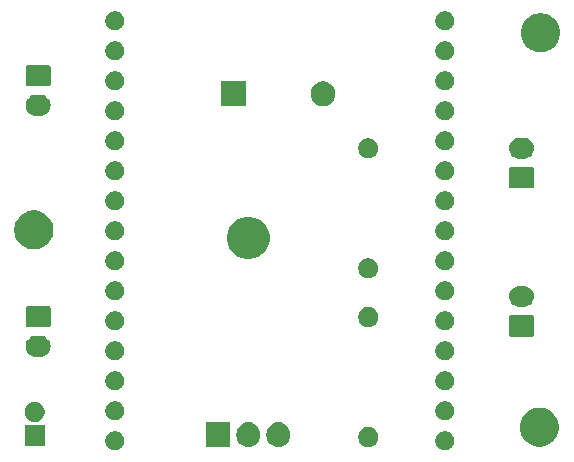
<source format=gbr>
G04 #@! TF.GenerationSoftware,KiCad,Pcbnew,5.1.5+dfsg1-2build2*
G04 #@! TF.CreationDate,2022-01-06T00:43:13+01:00*
G04 #@! TF.ProjectId,Bell,42656c6c-2e6b-4696-9361-645f70636258,V1.0*
G04 #@! TF.SameCoordinates,Original*
G04 #@! TF.FileFunction,Soldermask,Top*
G04 #@! TF.FilePolarity,Negative*
%FSLAX46Y46*%
G04 Gerber Fmt 4.6, Leading zero omitted, Abs format (unit mm)*
G04 Created by KiCad (PCBNEW 5.1.5+dfsg1-2build2) date 2022-01-06 00:43:13*
%MOMM*%
%LPD*%
G04 APERTURE LIST*
%ADD10C,0.100000*%
G04 APERTURE END LIST*
D10*
G36*
X141337142Y-106068242D02*
G01*
X141485101Y-106129529D01*
X141618255Y-106218499D01*
X141731501Y-106331745D01*
X141820471Y-106464899D01*
X141881758Y-106612858D01*
X141913000Y-106769925D01*
X141913000Y-106930075D01*
X141881758Y-107087142D01*
X141820471Y-107235101D01*
X141731501Y-107368255D01*
X141618255Y-107481501D01*
X141485101Y-107570471D01*
X141337142Y-107631758D01*
X141180075Y-107663000D01*
X141019925Y-107663000D01*
X140862858Y-107631758D01*
X140714899Y-107570471D01*
X140581745Y-107481501D01*
X140468499Y-107368255D01*
X140379529Y-107235101D01*
X140318242Y-107087142D01*
X140287000Y-106930075D01*
X140287000Y-106769925D01*
X140318242Y-106612858D01*
X140379529Y-106464899D01*
X140468499Y-106331745D01*
X140581745Y-106218499D01*
X140714899Y-106129529D01*
X140862858Y-106068242D01*
X141019925Y-106037000D01*
X141180075Y-106037000D01*
X141337142Y-106068242D01*
G37*
G36*
X113397142Y-106068242D02*
G01*
X113545101Y-106129529D01*
X113678255Y-106218499D01*
X113791501Y-106331745D01*
X113880471Y-106464899D01*
X113941758Y-106612858D01*
X113973000Y-106769925D01*
X113973000Y-106930075D01*
X113941758Y-107087142D01*
X113880471Y-107235101D01*
X113791501Y-107368255D01*
X113678255Y-107481501D01*
X113545101Y-107570471D01*
X113397142Y-107631758D01*
X113240075Y-107663000D01*
X113079925Y-107663000D01*
X112922858Y-107631758D01*
X112774899Y-107570471D01*
X112641745Y-107481501D01*
X112528499Y-107368255D01*
X112439529Y-107235101D01*
X112378242Y-107087142D01*
X112347000Y-106930075D01*
X112347000Y-106769925D01*
X112378242Y-106612858D01*
X112439529Y-106464899D01*
X112528499Y-106331745D01*
X112641745Y-106218499D01*
X112774899Y-106129529D01*
X112922858Y-106068242D01*
X113079925Y-106037000D01*
X113240075Y-106037000D01*
X113397142Y-106068242D01*
G37*
G36*
X124656719Y-105300519D02*
G01*
X124845880Y-105357900D01*
X124845883Y-105357901D01*
X124938333Y-105407317D01*
X125020212Y-105451082D01*
X125173015Y-105576484D01*
X125298417Y-105729287D01*
X125391599Y-105903618D01*
X125448980Y-106092779D01*
X125463500Y-106240205D01*
X125463500Y-106433792D01*
X125448980Y-106581218D01*
X125436968Y-106620815D01*
X125391598Y-106770382D01*
X125342182Y-106862832D01*
X125298417Y-106944711D01*
X125173015Y-107097514D01*
X125020212Y-107222916D01*
X124845881Y-107316098D01*
X124656720Y-107373479D01*
X124460000Y-107392854D01*
X124263281Y-107373479D01*
X124074120Y-107316098D01*
X123899788Y-107222916D01*
X123746985Y-107097514D01*
X123621583Y-106944711D01*
X123528401Y-106770380D01*
X123471020Y-106581219D01*
X123456500Y-106433793D01*
X123456500Y-106240206D01*
X123471020Y-106092780D01*
X123528401Y-105903619D01*
X123528402Y-105903616D01*
X123592953Y-105782851D01*
X123621583Y-105729287D01*
X123746985Y-105576484D01*
X123899788Y-105451082D01*
X124074119Y-105357900D01*
X124263280Y-105300519D01*
X124460000Y-105281144D01*
X124656719Y-105300519D01*
G37*
G36*
X127196719Y-105300519D02*
G01*
X127385880Y-105357900D01*
X127385883Y-105357901D01*
X127478333Y-105407317D01*
X127560212Y-105451082D01*
X127713015Y-105576484D01*
X127838417Y-105729287D01*
X127931599Y-105903618D01*
X127988980Y-106092779D01*
X128003500Y-106240205D01*
X128003500Y-106433792D01*
X127988980Y-106581218D01*
X127976968Y-106620815D01*
X127931598Y-106770382D01*
X127882182Y-106862832D01*
X127838417Y-106944711D01*
X127713015Y-107097514D01*
X127560212Y-107222916D01*
X127385881Y-107316098D01*
X127196720Y-107373479D01*
X127000000Y-107392854D01*
X126803281Y-107373479D01*
X126614120Y-107316098D01*
X126439788Y-107222916D01*
X126286985Y-107097514D01*
X126161583Y-106944711D01*
X126068401Y-106770380D01*
X126011020Y-106581219D01*
X125996500Y-106433793D01*
X125996500Y-106240206D01*
X126011020Y-106092780D01*
X126068401Y-105903619D01*
X126068402Y-105903616D01*
X126132953Y-105782851D01*
X126161583Y-105729287D01*
X126286985Y-105576484D01*
X126439788Y-105451082D01*
X126614119Y-105357900D01*
X126803280Y-105300519D01*
X127000000Y-105281144D01*
X127196719Y-105300519D01*
G37*
G36*
X122923500Y-107387999D02*
G01*
X120916500Y-107387999D01*
X120916500Y-105285999D01*
X122923500Y-105285999D01*
X122923500Y-107387999D01*
G37*
G36*
X134868228Y-105718702D02*
G01*
X135023100Y-105782852D01*
X135162481Y-105875984D01*
X135281015Y-105994518D01*
X135374147Y-106133899D01*
X135438297Y-106288771D01*
X135471000Y-106453183D01*
X135471000Y-106620815D01*
X135438297Y-106785227D01*
X135374147Y-106940099D01*
X135281015Y-107079480D01*
X135162481Y-107198014D01*
X135023100Y-107291146D01*
X134868228Y-107355296D01*
X134703816Y-107387999D01*
X134536184Y-107387999D01*
X134371772Y-107355296D01*
X134216900Y-107291146D01*
X134077519Y-107198014D01*
X133958985Y-107079480D01*
X133865853Y-106940099D01*
X133801703Y-106785227D01*
X133769000Y-106620815D01*
X133769000Y-106453183D01*
X133801703Y-106288771D01*
X133865853Y-106133899D01*
X133958985Y-105994518D01*
X134077519Y-105875984D01*
X134216900Y-105782852D01*
X134371772Y-105718702D01*
X134536184Y-105685999D01*
X134703816Y-105685999D01*
X134868228Y-105718702D01*
G37*
G36*
X149475256Y-104091298D02*
G01*
X149581579Y-104112447D01*
X149882042Y-104236903D01*
X150152451Y-104417585D01*
X150382415Y-104647549D01*
X150563097Y-104917958D01*
X150687502Y-105218297D01*
X150687553Y-105218422D01*
X150751000Y-105537389D01*
X150751000Y-105862611D01*
X150742843Y-105903618D01*
X150687553Y-106181579D01*
X150625353Y-106331743D01*
X150570198Y-106464900D01*
X150563097Y-106482042D01*
X150382415Y-106752451D01*
X150152451Y-106982415D01*
X149882042Y-107163097D01*
X149581579Y-107287553D01*
X149475256Y-107308702D01*
X149262611Y-107351000D01*
X148937389Y-107351000D01*
X148724744Y-107308702D01*
X148618421Y-107287553D01*
X148317958Y-107163097D01*
X148047549Y-106982415D01*
X147817585Y-106752451D01*
X147636903Y-106482042D01*
X147629803Y-106464900D01*
X147574647Y-106331743D01*
X147512447Y-106181579D01*
X147457157Y-105903618D01*
X147449000Y-105862611D01*
X147449000Y-105537389D01*
X147512447Y-105218422D01*
X147512499Y-105218297D01*
X147636903Y-104917958D01*
X147817585Y-104647549D01*
X148047549Y-104417585D01*
X148317958Y-104236903D01*
X148618421Y-104112447D01*
X148724744Y-104091298D01*
X148937389Y-104049000D01*
X149262611Y-104049000D01*
X149475256Y-104091298D01*
G37*
G36*
X107220580Y-107251000D02*
G01*
X105518580Y-107251000D01*
X105518580Y-105549000D01*
X107220580Y-105549000D01*
X107220580Y-107251000D01*
G37*
G36*
X106617808Y-103581703D02*
G01*
X106772680Y-103645853D01*
X106912061Y-103738985D01*
X107030595Y-103857519D01*
X107123727Y-103996900D01*
X107187877Y-104151772D01*
X107220580Y-104316184D01*
X107220580Y-104483816D01*
X107187877Y-104648228D01*
X107123727Y-104803100D01*
X107030595Y-104942481D01*
X106912061Y-105061015D01*
X106772680Y-105154147D01*
X106617808Y-105218297D01*
X106453396Y-105251000D01*
X106285764Y-105251000D01*
X106121352Y-105218297D01*
X105966480Y-105154147D01*
X105827099Y-105061015D01*
X105708565Y-104942481D01*
X105615433Y-104803100D01*
X105551283Y-104648228D01*
X105518580Y-104483816D01*
X105518580Y-104316184D01*
X105551283Y-104151772D01*
X105615433Y-103996900D01*
X105708565Y-103857519D01*
X105827099Y-103738985D01*
X105966480Y-103645853D01*
X106121352Y-103581703D01*
X106285764Y-103549000D01*
X106453396Y-103549000D01*
X106617808Y-103581703D01*
G37*
G36*
X141337142Y-103528242D02*
G01*
X141485101Y-103589529D01*
X141618255Y-103678499D01*
X141731501Y-103791745D01*
X141820471Y-103924899D01*
X141881758Y-104072858D01*
X141913000Y-104229925D01*
X141913000Y-104390075D01*
X141881758Y-104547142D01*
X141820471Y-104695101D01*
X141731501Y-104828255D01*
X141618255Y-104941501D01*
X141485101Y-105030471D01*
X141337142Y-105091758D01*
X141180075Y-105123000D01*
X141019925Y-105123000D01*
X140862858Y-105091758D01*
X140714899Y-105030471D01*
X140581745Y-104941501D01*
X140468499Y-104828255D01*
X140379529Y-104695101D01*
X140318242Y-104547142D01*
X140287000Y-104390075D01*
X140287000Y-104229925D01*
X140318242Y-104072858D01*
X140379529Y-103924899D01*
X140468499Y-103791745D01*
X140581745Y-103678499D01*
X140714899Y-103589529D01*
X140862858Y-103528242D01*
X141019925Y-103497000D01*
X141180075Y-103497000D01*
X141337142Y-103528242D01*
G37*
G36*
X113397142Y-103528242D02*
G01*
X113545101Y-103589529D01*
X113678255Y-103678499D01*
X113791501Y-103791745D01*
X113880471Y-103924899D01*
X113941758Y-104072858D01*
X113973000Y-104229925D01*
X113973000Y-104390075D01*
X113941758Y-104547142D01*
X113880471Y-104695101D01*
X113791501Y-104828255D01*
X113678255Y-104941501D01*
X113545101Y-105030471D01*
X113397142Y-105091758D01*
X113240075Y-105123000D01*
X113079925Y-105123000D01*
X112922858Y-105091758D01*
X112774899Y-105030471D01*
X112641745Y-104941501D01*
X112528499Y-104828255D01*
X112439529Y-104695101D01*
X112378242Y-104547142D01*
X112347000Y-104390075D01*
X112347000Y-104229925D01*
X112378242Y-104072858D01*
X112439529Y-103924899D01*
X112528499Y-103791745D01*
X112641745Y-103678499D01*
X112774899Y-103589529D01*
X112922858Y-103528242D01*
X113079925Y-103497000D01*
X113240075Y-103497000D01*
X113397142Y-103528242D01*
G37*
G36*
X113397142Y-100988242D02*
G01*
X113545101Y-101049529D01*
X113678255Y-101138499D01*
X113791501Y-101251745D01*
X113880471Y-101384899D01*
X113941758Y-101532858D01*
X113973000Y-101689925D01*
X113973000Y-101850075D01*
X113941758Y-102007142D01*
X113880471Y-102155101D01*
X113791501Y-102288255D01*
X113678255Y-102401501D01*
X113545101Y-102490471D01*
X113397142Y-102551758D01*
X113240075Y-102583000D01*
X113079925Y-102583000D01*
X112922858Y-102551758D01*
X112774899Y-102490471D01*
X112641745Y-102401501D01*
X112528499Y-102288255D01*
X112439529Y-102155101D01*
X112378242Y-102007142D01*
X112347000Y-101850075D01*
X112347000Y-101689925D01*
X112378242Y-101532858D01*
X112439529Y-101384899D01*
X112528499Y-101251745D01*
X112641745Y-101138499D01*
X112774899Y-101049529D01*
X112922858Y-100988242D01*
X113079925Y-100957000D01*
X113240075Y-100957000D01*
X113397142Y-100988242D01*
G37*
G36*
X141337142Y-100988242D02*
G01*
X141485101Y-101049529D01*
X141618255Y-101138499D01*
X141731501Y-101251745D01*
X141820471Y-101384899D01*
X141881758Y-101532858D01*
X141913000Y-101689925D01*
X141913000Y-101850075D01*
X141881758Y-102007142D01*
X141820471Y-102155101D01*
X141731501Y-102288255D01*
X141618255Y-102401501D01*
X141485101Y-102490471D01*
X141337142Y-102551758D01*
X141180075Y-102583000D01*
X141019925Y-102583000D01*
X140862858Y-102551758D01*
X140714899Y-102490471D01*
X140581745Y-102401501D01*
X140468499Y-102288255D01*
X140379529Y-102155101D01*
X140318242Y-102007142D01*
X140287000Y-101850075D01*
X140287000Y-101689925D01*
X140318242Y-101532858D01*
X140379529Y-101384899D01*
X140468499Y-101251745D01*
X140581745Y-101138499D01*
X140714899Y-101049529D01*
X140862858Y-100988242D01*
X141019925Y-100957000D01*
X141180075Y-100957000D01*
X141337142Y-100988242D01*
G37*
G36*
X113397142Y-98448242D02*
G01*
X113545101Y-98509529D01*
X113678255Y-98598499D01*
X113791501Y-98711745D01*
X113880471Y-98844899D01*
X113941758Y-98992858D01*
X113973000Y-99149925D01*
X113973000Y-99310075D01*
X113941758Y-99467142D01*
X113880471Y-99615101D01*
X113791501Y-99748255D01*
X113678255Y-99861501D01*
X113545101Y-99950471D01*
X113397142Y-100011758D01*
X113240075Y-100043000D01*
X113079925Y-100043000D01*
X112922858Y-100011758D01*
X112774899Y-99950471D01*
X112641745Y-99861501D01*
X112528499Y-99748255D01*
X112439529Y-99615101D01*
X112378242Y-99467142D01*
X112347000Y-99310075D01*
X112347000Y-99149925D01*
X112378242Y-98992858D01*
X112439529Y-98844899D01*
X112528499Y-98711745D01*
X112641745Y-98598499D01*
X112774899Y-98509529D01*
X112922858Y-98448242D01*
X113079925Y-98417000D01*
X113240075Y-98417000D01*
X113397142Y-98448242D01*
G37*
G36*
X141337142Y-98448242D02*
G01*
X141485101Y-98509529D01*
X141618255Y-98598499D01*
X141731501Y-98711745D01*
X141820471Y-98844899D01*
X141881758Y-98992858D01*
X141913000Y-99149925D01*
X141913000Y-99310075D01*
X141881758Y-99467142D01*
X141820471Y-99615101D01*
X141731501Y-99748255D01*
X141618255Y-99861501D01*
X141485101Y-99950471D01*
X141337142Y-100011758D01*
X141180075Y-100043000D01*
X141019925Y-100043000D01*
X140862858Y-100011758D01*
X140714899Y-99950471D01*
X140581745Y-99861501D01*
X140468499Y-99748255D01*
X140379529Y-99615101D01*
X140318242Y-99467142D01*
X140287000Y-99310075D01*
X140287000Y-99149925D01*
X140318242Y-98992858D01*
X140379529Y-98844899D01*
X140468499Y-98711745D01*
X140581745Y-98598499D01*
X140714899Y-98509529D01*
X140862858Y-98448242D01*
X141019925Y-98417000D01*
X141180075Y-98417000D01*
X141337142Y-98448242D01*
G37*
G36*
X106930022Y-97955518D02*
G01*
X106996207Y-97962037D01*
X107166046Y-98013557D01*
X107322571Y-98097222D01*
X107358309Y-98126552D01*
X107459766Y-98209814D01*
X107543028Y-98311271D01*
X107572358Y-98347009D01*
X107656023Y-98503534D01*
X107707543Y-98673373D01*
X107724939Y-98850000D01*
X107707543Y-99026627D01*
X107656023Y-99196466D01*
X107572358Y-99352991D01*
X107543028Y-99388729D01*
X107459766Y-99490186D01*
X107358309Y-99573448D01*
X107322571Y-99602778D01*
X107166046Y-99686443D01*
X106996207Y-99737963D01*
X106930022Y-99744482D01*
X106863840Y-99751000D01*
X106475320Y-99751000D01*
X106409137Y-99744481D01*
X106342953Y-99737963D01*
X106173114Y-99686443D01*
X106016589Y-99602778D01*
X105980851Y-99573448D01*
X105879394Y-99490186D01*
X105796132Y-99388729D01*
X105766802Y-99352991D01*
X105683137Y-99196466D01*
X105631617Y-99026627D01*
X105614221Y-98850000D01*
X105631617Y-98673373D01*
X105683137Y-98503534D01*
X105766802Y-98347009D01*
X105796132Y-98311271D01*
X105879394Y-98209814D01*
X105980851Y-98126552D01*
X106016589Y-98097222D01*
X106173114Y-98013557D01*
X106342953Y-97962037D01*
X106409137Y-97955519D01*
X106475320Y-97949000D01*
X106863840Y-97949000D01*
X106930022Y-97955518D01*
G37*
G36*
X148503278Y-96227827D02*
G01*
X148536304Y-96237845D01*
X148566739Y-96254113D01*
X148593415Y-96276005D01*
X148615307Y-96302681D01*
X148631575Y-96333116D01*
X148641593Y-96366142D01*
X148645580Y-96406624D01*
X148645580Y-97843056D01*
X148641593Y-97883538D01*
X148631575Y-97916564D01*
X148615307Y-97946999D01*
X148593415Y-97973675D01*
X148566739Y-97995567D01*
X148536304Y-98011835D01*
X148503278Y-98021853D01*
X148462796Y-98025840D01*
X146726364Y-98025840D01*
X146685882Y-98021853D01*
X146652856Y-98011835D01*
X146622421Y-97995567D01*
X146595745Y-97973675D01*
X146573853Y-97946999D01*
X146557585Y-97916564D01*
X146547567Y-97883538D01*
X146543580Y-97843056D01*
X146543580Y-96406624D01*
X146547567Y-96366142D01*
X146557585Y-96333116D01*
X146573853Y-96302681D01*
X146595745Y-96276005D01*
X146622421Y-96254113D01*
X146652856Y-96237845D01*
X146685882Y-96227827D01*
X146726364Y-96223840D01*
X148462796Y-96223840D01*
X148503278Y-96227827D01*
G37*
G36*
X113397142Y-95908242D02*
G01*
X113545101Y-95969529D01*
X113678255Y-96058499D01*
X113791501Y-96171745D01*
X113880471Y-96304899D01*
X113941758Y-96452858D01*
X113973000Y-96609925D01*
X113973000Y-96770075D01*
X113941758Y-96927142D01*
X113880471Y-97075101D01*
X113791501Y-97208255D01*
X113678255Y-97321501D01*
X113545101Y-97410471D01*
X113397142Y-97471758D01*
X113240075Y-97503000D01*
X113079925Y-97503000D01*
X112922858Y-97471758D01*
X112774899Y-97410471D01*
X112641745Y-97321501D01*
X112528499Y-97208255D01*
X112439529Y-97075101D01*
X112378242Y-96927142D01*
X112347000Y-96770075D01*
X112347000Y-96609925D01*
X112378242Y-96452858D01*
X112439529Y-96304899D01*
X112528499Y-96171745D01*
X112641745Y-96058499D01*
X112774899Y-95969529D01*
X112922858Y-95908242D01*
X113079925Y-95877000D01*
X113240075Y-95877000D01*
X113397142Y-95908242D01*
G37*
G36*
X141337142Y-95908242D02*
G01*
X141485101Y-95969529D01*
X141618255Y-96058499D01*
X141731501Y-96171745D01*
X141820471Y-96304899D01*
X141881758Y-96452858D01*
X141913000Y-96609925D01*
X141913000Y-96770075D01*
X141881758Y-96927142D01*
X141820471Y-97075101D01*
X141731501Y-97208255D01*
X141618255Y-97321501D01*
X141485101Y-97410471D01*
X141337142Y-97471758D01*
X141180075Y-97503000D01*
X141019925Y-97503000D01*
X140862858Y-97471758D01*
X140714899Y-97410471D01*
X140581745Y-97321501D01*
X140468499Y-97208255D01*
X140379529Y-97075101D01*
X140318242Y-96927142D01*
X140287000Y-96770075D01*
X140287000Y-96609925D01*
X140318242Y-96452858D01*
X140379529Y-96304899D01*
X140468499Y-96171745D01*
X140581745Y-96058499D01*
X140714899Y-95969529D01*
X140862858Y-95908242D01*
X141019925Y-95877000D01*
X141180075Y-95877000D01*
X141337142Y-95908242D01*
G37*
G36*
X107578180Y-95452989D02*
G01*
X107611232Y-95463015D01*
X107641683Y-95479292D01*
X107668379Y-95501201D01*
X107690288Y-95527897D01*
X107706565Y-95558348D01*
X107716591Y-95591400D01*
X107720580Y-95631903D01*
X107720580Y-97068097D01*
X107716591Y-97108600D01*
X107706565Y-97141652D01*
X107690288Y-97172103D01*
X107668379Y-97198799D01*
X107641683Y-97220708D01*
X107611232Y-97236985D01*
X107578180Y-97247011D01*
X107537677Y-97251000D01*
X105801483Y-97251000D01*
X105760980Y-97247011D01*
X105727928Y-97236985D01*
X105697477Y-97220708D01*
X105670781Y-97198799D01*
X105648872Y-97172103D01*
X105632595Y-97141652D01*
X105622569Y-97108600D01*
X105618580Y-97068097D01*
X105618580Y-95631903D01*
X105622569Y-95591400D01*
X105632595Y-95558348D01*
X105648872Y-95527897D01*
X105670781Y-95501201D01*
X105697477Y-95479292D01*
X105727928Y-95463015D01*
X105760980Y-95452989D01*
X105801483Y-95449000D01*
X107537677Y-95449000D01*
X107578180Y-95452989D01*
G37*
G36*
X134868228Y-95558702D02*
G01*
X135023100Y-95622852D01*
X135162481Y-95715984D01*
X135281015Y-95834518D01*
X135374147Y-95973899D01*
X135438297Y-96128771D01*
X135471000Y-96293183D01*
X135471000Y-96460815D01*
X135438297Y-96625227D01*
X135374147Y-96780099D01*
X135281015Y-96919480D01*
X135162481Y-97038014D01*
X135023100Y-97131146D01*
X134868228Y-97195296D01*
X134703816Y-97227999D01*
X134536184Y-97227999D01*
X134371772Y-97195296D01*
X134216900Y-97131146D01*
X134077519Y-97038014D01*
X133958985Y-96919480D01*
X133865853Y-96780099D01*
X133801703Y-96625227D01*
X133769000Y-96460815D01*
X133769000Y-96293183D01*
X133801703Y-96128771D01*
X133865853Y-95973899D01*
X133958985Y-95834518D01*
X134077519Y-95715984D01*
X134216900Y-95622852D01*
X134371772Y-95558702D01*
X134536184Y-95525999D01*
X134703816Y-95525999D01*
X134868228Y-95558702D01*
G37*
G36*
X147855022Y-93730358D02*
G01*
X147921207Y-93736877D01*
X148091046Y-93788397D01*
X148247571Y-93872062D01*
X148283309Y-93901392D01*
X148384766Y-93984654D01*
X148454745Y-94069925D01*
X148497358Y-94121849D01*
X148581023Y-94278374D01*
X148632543Y-94448213D01*
X148649939Y-94624840D01*
X148632543Y-94801467D01*
X148581023Y-94971306D01*
X148497358Y-95127831D01*
X148468028Y-95163569D01*
X148384766Y-95265026D01*
X148283309Y-95348288D01*
X148247571Y-95377618D01*
X148091046Y-95461283D01*
X147921207Y-95512803D01*
X147855022Y-95519322D01*
X147788840Y-95525840D01*
X147400320Y-95525840D01*
X147334138Y-95519322D01*
X147267953Y-95512803D01*
X147098114Y-95461283D01*
X146941589Y-95377618D01*
X146905851Y-95348288D01*
X146804394Y-95265026D01*
X146721132Y-95163569D01*
X146691802Y-95127831D01*
X146608137Y-94971306D01*
X146556617Y-94801467D01*
X146539221Y-94624840D01*
X146556617Y-94448213D01*
X146608137Y-94278374D01*
X146691802Y-94121849D01*
X146734415Y-94069925D01*
X146804394Y-93984654D01*
X146905851Y-93901392D01*
X146941589Y-93872062D01*
X147098114Y-93788397D01*
X147267953Y-93736877D01*
X147334138Y-93730358D01*
X147400320Y-93723840D01*
X147788840Y-93723840D01*
X147855022Y-93730358D01*
G37*
G36*
X113397142Y-93368242D02*
G01*
X113545101Y-93429529D01*
X113678255Y-93518499D01*
X113791501Y-93631745D01*
X113880471Y-93764899D01*
X113941758Y-93912858D01*
X113973000Y-94069925D01*
X113973000Y-94230075D01*
X113941758Y-94387142D01*
X113880471Y-94535101D01*
X113791501Y-94668255D01*
X113678255Y-94781501D01*
X113545101Y-94870471D01*
X113397142Y-94931758D01*
X113240075Y-94963000D01*
X113079925Y-94963000D01*
X112922858Y-94931758D01*
X112774899Y-94870471D01*
X112641745Y-94781501D01*
X112528499Y-94668255D01*
X112439529Y-94535101D01*
X112378242Y-94387142D01*
X112347000Y-94230075D01*
X112347000Y-94069925D01*
X112378242Y-93912858D01*
X112439529Y-93764899D01*
X112528499Y-93631745D01*
X112641745Y-93518499D01*
X112774899Y-93429529D01*
X112922858Y-93368242D01*
X113079925Y-93337000D01*
X113240075Y-93337000D01*
X113397142Y-93368242D01*
G37*
G36*
X141337142Y-93368242D02*
G01*
X141485101Y-93429529D01*
X141618255Y-93518499D01*
X141731501Y-93631745D01*
X141820471Y-93764899D01*
X141881758Y-93912858D01*
X141913000Y-94069925D01*
X141913000Y-94230075D01*
X141881758Y-94387142D01*
X141820471Y-94535101D01*
X141731501Y-94668255D01*
X141618255Y-94781501D01*
X141485101Y-94870471D01*
X141337142Y-94931758D01*
X141180075Y-94963000D01*
X141019925Y-94963000D01*
X140862858Y-94931758D01*
X140714899Y-94870471D01*
X140581745Y-94781501D01*
X140468499Y-94668255D01*
X140379529Y-94535101D01*
X140318242Y-94387142D01*
X140287000Y-94230075D01*
X140287000Y-94069925D01*
X140318242Y-93912858D01*
X140379529Y-93764899D01*
X140468499Y-93631745D01*
X140581745Y-93518499D01*
X140714899Y-93429529D01*
X140862858Y-93368242D01*
X141019925Y-93337000D01*
X141180075Y-93337000D01*
X141337142Y-93368242D01*
G37*
G36*
X134868228Y-91428403D02*
G01*
X135023100Y-91492553D01*
X135162481Y-91585685D01*
X135281015Y-91704219D01*
X135374147Y-91843600D01*
X135438297Y-91998472D01*
X135471000Y-92162884D01*
X135471000Y-92330516D01*
X135438297Y-92494928D01*
X135374147Y-92649800D01*
X135281015Y-92789181D01*
X135162481Y-92907715D01*
X135023100Y-93000847D01*
X134868228Y-93064997D01*
X134703816Y-93097700D01*
X134536184Y-93097700D01*
X134371772Y-93064997D01*
X134216900Y-93000847D01*
X134077519Y-92907715D01*
X133958985Y-92789181D01*
X133865853Y-92649800D01*
X133801703Y-92494928D01*
X133769000Y-92330516D01*
X133769000Y-92162884D01*
X133801703Y-91998472D01*
X133865853Y-91843600D01*
X133958985Y-91704219D01*
X134077519Y-91585685D01*
X134216900Y-91492553D01*
X134371772Y-91428403D01*
X134536184Y-91395700D01*
X134703816Y-91395700D01*
X134868228Y-91428403D01*
G37*
G36*
X113397142Y-90828242D02*
G01*
X113545101Y-90889529D01*
X113678255Y-90978499D01*
X113791501Y-91091745D01*
X113880471Y-91224899D01*
X113941758Y-91372858D01*
X113973000Y-91529925D01*
X113973000Y-91690075D01*
X113941758Y-91847142D01*
X113880471Y-91995101D01*
X113791501Y-92128255D01*
X113678255Y-92241501D01*
X113545101Y-92330471D01*
X113397142Y-92391758D01*
X113240075Y-92423000D01*
X113079925Y-92423000D01*
X112922858Y-92391758D01*
X112774899Y-92330471D01*
X112641745Y-92241501D01*
X112528499Y-92128255D01*
X112439529Y-91995101D01*
X112378242Y-91847142D01*
X112347000Y-91690075D01*
X112347000Y-91529925D01*
X112378242Y-91372858D01*
X112439529Y-91224899D01*
X112528499Y-91091745D01*
X112641745Y-90978499D01*
X112774899Y-90889529D01*
X112922858Y-90828242D01*
X113079925Y-90797000D01*
X113240075Y-90797000D01*
X113397142Y-90828242D01*
G37*
G36*
X141337142Y-90828242D02*
G01*
X141485101Y-90889529D01*
X141618255Y-90978499D01*
X141731501Y-91091745D01*
X141820471Y-91224899D01*
X141881758Y-91372858D01*
X141913000Y-91529925D01*
X141913000Y-91690075D01*
X141881758Y-91847142D01*
X141820471Y-91995101D01*
X141731501Y-92128255D01*
X141618255Y-92241501D01*
X141485101Y-92330471D01*
X141337142Y-92391758D01*
X141180075Y-92423000D01*
X141019925Y-92423000D01*
X140862858Y-92391758D01*
X140714899Y-92330471D01*
X140581745Y-92241501D01*
X140468499Y-92128255D01*
X140379529Y-91995101D01*
X140318242Y-91847142D01*
X140287000Y-91690075D01*
X140287000Y-91529925D01*
X140318242Y-91372858D01*
X140379529Y-91224899D01*
X140468499Y-91091745D01*
X140581745Y-90978499D01*
X140714899Y-90889529D01*
X140862858Y-90828242D01*
X141019925Y-90797000D01*
X141180075Y-90797000D01*
X141337142Y-90828242D01*
G37*
G36*
X124985331Y-87945210D02*
G01*
X125313092Y-88080973D01*
X125608070Y-88278071D01*
X125858928Y-88528929D01*
X126056026Y-88823907D01*
X126191789Y-89151668D01*
X126261000Y-89499615D01*
X126261000Y-89854383D01*
X126191789Y-90202330D01*
X126056026Y-90530091D01*
X125858928Y-90825069D01*
X125608070Y-91075927D01*
X125313092Y-91273025D01*
X124985331Y-91408788D01*
X124637384Y-91477999D01*
X124282616Y-91477999D01*
X123934669Y-91408788D01*
X123606908Y-91273025D01*
X123311930Y-91075927D01*
X123061072Y-90825069D01*
X122863974Y-90530091D01*
X122728211Y-90202330D01*
X122659000Y-89854383D01*
X122659000Y-89499615D01*
X122728211Y-89151668D01*
X122863974Y-88823907D01*
X123061072Y-88528929D01*
X123311930Y-88278071D01*
X123606908Y-88080973D01*
X123934669Y-87945210D01*
X124282616Y-87875999D01*
X124637384Y-87875999D01*
X124985331Y-87945210D01*
G37*
G36*
X106675256Y-87391298D02*
G01*
X106781579Y-87412447D01*
X107082042Y-87536903D01*
X107352451Y-87717585D01*
X107582415Y-87947549D01*
X107763097Y-88217958D01*
X107887553Y-88518421D01*
X107908702Y-88624744D01*
X107951000Y-88837389D01*
X107951000Y-89162611D01*
X107908702Y-89375256D01*
X107887553Y-89481579D01*
X107763097Y-89782042D01*
X107582415Y-90052451D01*
X107352451Y-90282415D01*
X107082042Y-90463097D01*
X106781579Y-90587553D01*
X106675256Y-90608702D01*
X106462611Y-90651000D01*
X106137389Y-90651000D01*
X105924744Y-90608702D01*
X105818421Y-90587553D01*
X105517958Y-90463097D01*
X105247549Y-90282415D01*
X105017585Y-90052451D01*
X104836903Y-89782042D01*
X104712447Y-89481579D01*
X104691298Y-89375256D01*
X104649000Y-89162611D01*
X104649000Y-88837389D01*
X104691298Y-88624744D01*
X104712447Y-88518421D01*
X104836903Y-88217958D01*
X105017585Y-87947549D01*
X105247549Y-87717585D01*
X105517958Y-87536903D01*
X105818421Y-87412447D01*
X105924744Y-87391298D01*
X106137389Y-87349000D01*
X106462611Y-87349000D01*
X106675256Y-87391298D01*
G37*
G36*
X113397142Y-88288242D02*
G01*
X113545101Y-88349529D01*
X113678255Y-88438499D01*
X113791501Y-88551745D01*
X113880471Y-88684899D01*
X113941758Y-88832858D01*
X113973000Y-88989925D01*
X113973000Y-89150075D01*
X113941758Y-89307142D01*
X113880471Y-89455101D01*
X113791501Y-89588255D01*
X113678255Y-89701501D01*
X113545101Y-89790471D01*
X113397142Y-89851758D01*
X113240075Y-89883000D01*
X113079925Y-89883000D01*
X112922858Y-89851758D01*
X112774899Y-89790471D01*
X112641745Y-89701501D01*
X112528499Y-89588255D01*
X112439529Y-89455101D01*
X112378242Y-89307142D01*
X112347000Y-89150075D01*
X112347000Y-88989925D01*
X112378242Y-88832858D01*
X112439529Y-88684899D01*
X112528499Y-88551745D01*
X112641745Y-88438499D01*
X112774899Y-88349529D01*
X112922858Y-88288242D01*
X113079925Y-88257000D01*
X113240075Y-88257000D01*
X113397142Y-88288242D01*
G37*
G36*
X141337142Y-88288242D02*
G01*
X141485101Y-88349529D01*
X141618255Y-88438499D01*
X141731501Y-88551745D01*
X141820471Y-88684899D01*
X141881758Y-88832858D01*
X141913000Y-88989925D01*
X141913000Y-89150075D01*
X141881758Y-89307142D01*
X141820471Y-89455101D01*
X141731501Y-89588255D01*
X141618255Y-89701501D01*
X141485101Y-89790471D01*
X141337142Y-89851758D01*
X141180075Y-89883000D01*
X141019925Y-89883000D01*
X140862858Y-89851758D01*
X140714899Y-89790471D01*
X140581745Y-89701501D01*
X140468499Y-89588255D01*
X140379529Y-89455101D01*
X140318242Y-89307142D01*
X140287000Y-89150075D01*
X140287000Y-88989925D01*
X140318242Y-88832858D01*
X140379529Y-88684899D01*
X140468499Y-88551745D01*
X140581745Y-88438499D01*
X140714899Y-88349529D01*
X140862858Y-88288242D01*
X141019925Y-88257000D01*
X141180075Y-88257000D01*
X141337142Y-88288242D01*
G37*
G36*
X141337142Y-85748242D02*
G01*
X141485101Y-85809529D01*
X141618255Y-85898499D01*
X141731501Y-86011745D01*
X141820471Y-86144899D01*
X141881758Y-86292858D01*
X141913000Y-86449925D01*
X141913000Y-86610075D01*
X141881758Y-86767142D01*
X141820471Y-86915101D01*
X141731501Y-87048255D01*
X141618255Y-87161501D01*
X141485101Y-87250471D01*
X141337142Y-87311758D01*
X141180075Y-87343000D01*
X141019925Y-87343000D01*
X140862858Y-87311758D01*
X140714899Y-87250471D01*
X140581745Y-87161501D01*
X140468499Y-87048255D01*
X140379529Y-86915101D01*
X140318242Y-86767142D01*
X140287000Y-86610075D01*
X140287000Y-86449925D01*
X140318242Y-86292858D01*
X140379529Y-86144899D01*
X140468499Y-86011745D01*
X140581745Y-85898499D01*
X140714899Y-85809529D01*
X140862858Y-85748242D01*
X141019925Y-85717000D01*
X141180075Y-85717000D01*
X141337142Y-85748242D01*
G37*
G36*
X113397142Y-85748242D02*
G01*
X113545101Y-85809529D01*
X113678255Y-85898499D01*
X113791501Y-86011745D01*
X113880471Y-86144899D01*
X113941758Y-86292858D01*
X113973000Y-86449925D01*
X113973000Y-86610075D01*
X113941758Y-86767142D01*
X113880471Y-86915101D01*
X113791501Y-87048255D01*
X113678255Y-87161501D01*
X113545101Y-87250471D01*
X113397142Y-87311758D01*
X113240075Y-87343000D01*
X113079925Y-87343000D01*
X112922858Y-87311758D01*
X112774899Y-87250471D01*
X112641745Y-87161501D01*
X112528499Y-87048255D01*
X112439529Y-86915101D01*
X112378242Y-86767142D01*
X112347000Y-86610075D01*
X112347000Y-86449925D01*
X112378242Y-86292858D01*
X112439529Y-86144899D01*
X112528499Y-86011745D01*
X112641745Y-85898499D01*
X112774899Y-85809529D01*
X112922858Y-85748242D01*
X113079925Y-85717000D01*
X113240075Y-85717000D01*
X113397142Y-85748242D01*
G37*
G36*
X148503278Y-83677827D02*
G01*
X148536304Y-83687845D01*
X148566739Y-83704113D01*
X148593415Y-83726005D01*
X148615307Y-83752681D01*
X148631575Y-83783116D01*
X148641593Y-83816142D01*
X148645580Y-83856624D01*
X148645580Y-85293056D01*
X148641593Y-85333538D01*
X148631575Y-85366564D01*
X148615307Y-85396999D01*
X148593415Y-85423675D01*
X148566739Y-85445567D01*
X148536304Y-85461835D01*
X148503278Y-85471853D01*
X148462796Y-85475840D01*
X146726364Y-85475840D01*
X146685882Y-85471853D01*
X146652856Y-85461835D01*
X146622421Y-85445567D01*
X146595745Y-85423675D01*
X146573853Y-85396999D01*
X146557585Y-85366564D01*
X146547567Y-85333538D01*
X146543580Y-85293056D01*
X146543580Y-83856624D01*
X146547567Y-83816142D01*
X146557585Y-83783116D01*
X146573853Y-83752681D01*
X146595745Y-83726005D01*
X146622421Y-83704113D01*
X146652856Y-83687845D01*
X146685882Y-83677827D01*
X146726364Y-83673840D01*
X148462796Y-83673840D01*
X148503278Y-83677827D01*
G37*
G36*
X113397142Y-83208242D02*
G01*
X113545101Y-83269529D01*
X113678255Y-83358499D01*
X113791501Y-83471745D01*
X113880471Y-83604899D01*
X113941758Y-83752858D01*
X113973000Y-83909925D01*
X113973000Y-84070075D01*
X113941758Y-84227142D01*
X113880471Y-84375101D01*
X113791501Y-84508255D01*
X113678255Y-84621501D01*
X113545101Y-84710471D01*
X113397142Y-84771758D01*
X113240075Y-84803000D01*
X113079925Y-84803000D01*
X112922858Y-84771758D01*
X112774899Y-84710471D01*
X112641745Y-84621501D01*
X112528499Y-84508255D01*
X112439529Y-84375101D01*
X112378242Y-84227142D01*
X112347000Y-84070075D01*
X112347000Y-83909925D01*
X112378242Y-83752858D01*
X112439529Y-83604899D01*
X112528499Y-83471745D01*
X112641745Y-83358499D01*
X112774899Y-83269529D01*
X112922858Y-83208242D01*
X113079925Y-83177000D01*
X113240075Y-83177000D01*
X113397142Y-83208242D01*
G37*
G36*
X141337142Y-83208242D02*
G01*
X141485101Y-83269529D01*
X141618255Y-83358499D01*
X141731501Y-83471745D01*
X141820471Y-83604899D01*
X141881758Y-83752858D01*
X141913000Y-83909925D01*
X141913000Y-84070075D01*
X141881758Y-84227142D01*
X141820471Y-84375101D01*
X141731501Y-84508255D01*
X141618255Y-84621501D01*
X141485101Y-84710471D01*
X141337142Y-84771758D01*
X141180075Y-84803000D01*
X141019925Y-84803000D01*
X140862858Y-84771758D01*
X140714899Y-84710471D01*
X140581745Y-84621501D01*
X140468499Y-84508255D01*
X140379529Y-84375101D01*
X140318242Y-84227142D01*
X140287000Y-84070075D01*
X140287000Y-83909925D01*
X140318242Y-83752858D01*
X140379529Y-83604899D01*
X140468499Y-83471745D01*
X140581745Y-83358499D01*
X140714899Y-83269529D01*
X140862858Y-83208242D01*
X141019925Y-83177000D01*
X141180075Y-83177000D01*
X141337142Y-83208242D01*
G37*
G36*
X147855023Y-81180359D02*
G01*
X147921207Y-81186877D01*
X148091046Y-81238397D01*
X148247571Y-81322062D01*
X148260353Y-81332552D01*
X148384766Y-81434654D01*
X148463074Y-81530074D01*
X148497358Y-81571849D01*
X148581023Y-81728374D01*
X148632543Y-81898213D01*
X148649939Y-82074840D01*
X148632543Y-82251467D01*
X148581023Y-82421306D01*
X148497358Y-82577831D01*
X148468028Y-82613569D01*
X148384766Y-82715026D01*
X148283309Y-82798288D01*
X148247571Y-82827618D01*
X148091046Y-82911283D01*
X147921207Y-82962803D01*
X147855022Y-82969322D01*
X147788840Y-82975840D01*
X147400320Y-82975840D01*
X147334138Y-82969322D01*
X147267953Y-82962803D01*
X147098114Y-82911283D01*
X146941589Y-82827618D01*
X146905851Y-82798288D01*
X146804394Y-82715026D01*
X146721132Y-82613569D01*
X146691802Y-82577831D01*
X146608137Y-82421306D01*
X146556617Y-82251467D01*
X146539221Y-82074840D01*
X146556617Y-81898213D01*
X146608137Y-81728374D01*
X146691802Y-81571849D01*
X146726086Y-81530074D01*
X146804394Y-81434654D01*
X146928807Y-81332552D01*
X146941589Y-81322062D01*
X147098114Y-81238397D01*
X147267953Y-81186877D01*
X147334137Y-81180359D01*
X147400320Y-81173840D01*
X147788840Y-81173840D01*
X147855023Y-81180359D01*
G37*
G36*
X134868228Y-81268403D02*
G01*
X135023100Y-81332553D01*
X135162481Y-81425685D01*
X135281015Y-81544219D01*
X135374147Y-81683600D01*
X135438297Y-81838472D01*
X135471000Y-82002884D01*
X135471000Y-82170516D01*
X135438297Y-82334928D01*
X135374147Y-82489800D01*
X135281015Y-82629181D01*
X135162481Y-82747715D01*
X135023100Y-82840847D01*
X134868228Y-82904997D01*
X134703816Y-82937700D01*
X134536184Y-82937700D01*
X134371772Y-82904997D01*
X134216900Y-82840847D01*
X134077519Y-82747715D01*
X133958985Y-82629181D01*
X133865853Y-82489800D01*
X133801703Y-82334928D01*
X133769000Y-82170516D01*
X133769000Y-82002884D01*
X133801703Y-81838472D01*
X133865853Y-81683600D01*
X133958985Y-81544219D01*
X134077519Y-81425685D01*
X134216900Y-81332553D01*
X134371772Y-81268403D01*
X134536184Y-81235700D01*
X134703816Y-81235700D01*
X134868228Y-81268403D01*
G37*
G36*
X141337142Y-80668242D02*
G01*
X141485101Y-80729529D01*
X141618255Y-80818499D01*
X141731501Y-80931745D01*
X141820471Y-81064899D01*
X141881758Y-81212858D01*
X141913000Y-81369925D01*
X141913000Y-81530075D01*
X141881758Y-81687142D01*
X141820471Y-81835101D01*
X141731501Y-81968255D01*
X141618255Y-82081501D01*
X141485101Y-82170471D01*
X141337142Y-82231758D01*
X141180075Y-82263000D01*
X141019925Y-82263000D01*
X140862858Y-82231758D01*
X140714899Y-82170471D01*
X140581745Y-82081501D01*
X140468499Y-81968255D01*
X140379529Y-81835101D01*
X140318242Y-81687142D01*
X140287000Y-81530075D01*
X140287000Y-81369925D01*
X140318242Y-81212858D01*
X140379529Y-81064899D01*
X140468499Y-80931745D01*
X140581745Y-80818499D01*
X140714899Y-80729529D01*
X140862858Y-80668242D01*
X141019925Y-80637000D01*
X141180075Y-80637000D01*
X141337142Y-80668242D01*
G37*
G36*
X113397142Y-80668242D02*
G01*
X113545101Y-80729529D01*
X113678255Y-80818499D01*
X113791501Y-80931745D01*
X113880471Y-81064899D01*
X113941758Y-81212858D01*
X113973000Y-81369925D01*
X113973000Y-81530075D01*
X113941758Y-81687142D01*
X113880471Y-81835101D01*
X113791501Y-81968255D01*
X113678255Y-82081501D01*
X113545101Y-82170471D01*
X113397142Y-82231758D01*
X113240075Y-82263000D01*
X113079925Y-82263000D01*
X112922858Y-82231758D01*
X112774899Y-82170471D01*
X112641745Y-82081501D01*
X112528499Y-81968255D01*
X112439529Y-81835101D01*
X112378242Y-81687142D01*
X112347000Y-81530075D01*
X112347000Y-81369925D01*
X112378242Y-81212858D01*
X112439529Y-81064899D01*
X112528499Y-80931745D01*
X112641745Y-80818499D01*
X112774899Y-80729529D01*
X112922858Y-80668242D01*
X113079925Y-80637000D01*
X113240075Y-80637000D01*
X113397142Y-80668242D01*
G37*
G36*
X113397142Y-78128242D02*
G01*
X113545101Y-78189529D01*
X113678255Y-78278499D01*
X113791501Y-78391745D01*
X113880471Y-78524899D01*
X113941758Y-78672858D01*
X113973000Y-78829925D01*
X113973000Y-78990075D01*
X113941758Y-79147142D01*
X113880471Y-79295101D01*
X113791501Y-79428255D01*
X113678255Y-79541501D01*
X113545101Y-79630471D01*
X113397142Y-79691758D01*
X113240075Y-79723000D01*
X113079925Y-79723000D01*
X112922858Y-79691758D01*
X112774899Y-79630471D01*
X112641745Y-79541501D01*
X112528499Y-79428255D01*
X112439529Y-79295101D01*
X112378242Y-79147142D01*
X112347000Y-78990075D01*
X112347000Y-78829925D01*
X112378242Y-78672858D01*
X112439529Y-78524899D01*
X112528499Y-78391745D01*
X112641745Y-78278499D01*
X112774899Y-78189529D01*
X112922858Y-78128242D01*
X113079925Y-78097000D01*
X113240075Y-78097000D01*
X113397142Y-78128242D01*
G37*
G36*
X141337142Y-78128242D02*
G01*
X141485101Y-78189529D01*
X141618255Y-78278499D01*
X141731501Y-78391745D01*
X141820471Y-78524899D01*
X141881758Y-78672858D01*
X141913000Y-78829925D01*
X141913000Y-78990075D01*
X141881758Y-79147142D01*
X141820471Y-79295101D01*
X141731501Y-79428255D01*
X141618255Y-79541501D01*
X141485101Y-79630471D01*
X141337142Y-79691758D01*
X141180075Y-79723000D01*
X141019925Y-79723000D01*
X140862858Y-79691758D01*
X140714899Y-79630471D01*
X140581745Y-79541501D01*
X140468499Y-79428255D01*
X140379529Y-79295101D01*
X140318242Y-79147142D01*
X140287000Y-78990075D01*
X140287000Y-78829925D01*
X140318242Y-78672858D01*
X140379529Y-78524899D01*
X140468499Y-78391745D01*
X140581745Y-78278499D01*
X140714899Y-78189529D01*
X140862858Y-78128242D01*
X141019925Y-78097000D01*
X141180075Y-78097000D01*
X141337142Y-78128242D01*
G37*
G36*
X106930022Y-77555518D02*
G01*
X106996207Y-77562037D01*
X107166046Y-77613557D01*
X107322571Y-77697222D01*
X107358309Y-77726552D01*
X107459766Y-77809814D01*
X107543028Y-77911271D01*
X107572358Y-77947009D01*
X107572359Y-77947011D01*
X107652531Y-78097000D01*
X107656023Y-78103534D01*
X107707543Y-78273373D01*
X107724939Y-78450000D01*
X107707543Y-78626627D01*
X107656023Y-78796466D01*
X107572358Y-78952991D01*
X107543028Y-78988729D01*
X107459766Y-79090186D01*
X107358309Y-79173448D01*
X107322571Y-79202778D01*
X107166046Y-79286443D01*
X106996207Y-79337963D01*
X106930023Y-79344481D01*
X106863840Y-79351000D01*
X106475320Y-79351000D01*
X106409137Y-79344481D01*
X106342953Y-79337963D01*
X106173114Y-79286443D01*
X106016589Y-79202778D01*
X105980851Y-79173448D01*
X105879394Y-79090186D01*
X105796132Y-78988729D01*
X105766802Y-78952991D01*
X105683137Y-78796466D01*
X105631617Y-78626627D01*
X105614221Y-78450000D01*
X105631617Y-78273373D01*
X105683137Y-78103534D01*
X105686630Y-78097000D01*
X105766801Y-77947011D01*
X105766802Y-77947009D01*
X105796132Y-77911271D01*
X105879394Y-77809814D01*
X105980851Y-77726552D01*
X106016589Y-77697222D01*
X106173114Y-77613557D01*
X106342953Y-77562037D01*
X106409138Y-77555518D01*
X106475320Y-77549000D01*
X106863840Y-77549000D01*
X106930022Y-77555518D01*
G37*
G36*
X131096564Y-76459389D02*
G01*
X131287833Y-76538615D01*
X131287835Y-76538616D01*
X131390391Y-76607142D01*
X131459973Y-76653635D01*
X131606365Y-76800027D01*
X131721385Y-76972167D01*
X131800611Y-77163436D01*
X131841000Y-77366484D01*
X131841000Y-77573516D01*
X131800611Y-77776564D01*
X131730010Y-77947011D01*
X131721384Y-77967835D01*
X131606365Y-78139973D01*
X131459973Y-78286365D01*
X131287835Y-78401384D01*
X131287834Y-78401385D01*
X131287833Y-78401385D01*
X131096564Y-78480611D01*
X130893516Y-78521000D01*
X130686484Y-78521000D01*
X130483436Y-78480611D01*
X130292167Y-78401385D01*
X130292166Y-78401385D01*
X130292165Y-78401384D01*
X130120027Y-78286365D01*
X129973635Y-78139973D01*
X129858616Y-77967835D01*
X129849990Y-77947011D01*
X129779389Y-77776564D01*
X129739000Y-77573516D01*
X129739000Y-77366484D01*
X129779389Y-77163436D01*
X129858615Y-76972167D01*
X129973635Y-76800027D01*
X130120027Y-76653635D01*
X130189609Y-76607142D01*
X130292165Y-76538616D01*
X130292167Y-76538615D01*
X130483436Y-76459389D01*
X130686484Y-76419000D01*
X130893516Y-76419000D01*
X131096564Y-76459389D01*
G37*
G36*
X124241000Y-78521000D02*
G01*
X122139000Y-78521000D01*
X122139000Y-76419000D01*
X124241000Y-76419000D01*
X124241000Y-78521000D01*
G37*
G36*
X113397142Y-75588242D02*
G01*
X113545101Y-75649529D01*
X113678255Y-75738499D01*
X113791501Y-75851745D01*
X113880471Y-75984899D01*
X113941758Y-76132858D01*
X113973000Y-76289925D01*
X113973000Y-76450075D01*
X113941758Y-76607142D01*
X113880471Y-76755101D01*
X113791501Y-76888255D01*
X113678255Y-77001501D01*
X113545101Y-77090471D01*
X113397142Y-77151758D01*
X113240075Y-77183000D01*
X113079925Y-77183000D01*
X112922858Y-77151758D01*
X112774899Y-77090471D01*
X112641745Y-77001501D01*
X112528499Y-76888255D01*
X112439529Y-76755101D01*
X112378242Y-76607142D01*
X112347000Y-76450075D01*
X112347000Y-76289925D01*
X112378242Y-76132858D01*
X112439529Y-75984899D01*
X112528499Y-75851745D01*
X112641745Y-75738499D01*
X112774899Y-75649529D01*
X112922858Y-75588242D01*
X113079925Y-75557000D01*
X113240075Y-75557000D01*
X113397142Y-75588242D01*
G37*
G36*
X141337142Y-75588242D02*
G01*
X141485101Y-75649529D01*
X141618255Y-75738499D01*
X141731501Y-75851745D01*
X141820471Y-75984899D01*
X141881758Y-76132858D01*
X141913000Y-76289925D01*
X141913000Y-76450075D01*
X141881758Y-76607142D01*
X141820471Y-76755101D01*
X141731501Y-76888255D01*
X141618255Y-77001501D01*
X141485101Y-77090471D01*
X141337142Y-77151758D01*
X141180075Y-77183000D01*
X141019925Y-77183000D01*
X140862858Y-77151758D01*
X140714899Y-77090471D01*
X140581745Y-77001501D01*
X140468499Y-76888255D01*
X140379529Y-76755101D01*
X140318242Y-76607142D01*
X140287000Y-76450075D01*
X140287000Y-76289925D01*
X140318242Y-76132858D01*
X140379529Y-75984899D01*
X140468499Y-75851745D01*
X140581745Y-75738499D01*
X140714899Y-75649529D01*
X140862858Y-75588242D01*
X141019925Y-75557000D01*
X141180075Y-75557000D01*
X141337142Y-75588242D01*
G37*
G36*
X107578278Y-75052987D02*
G01*
X107611304Y-75063005D01*
X107641739Y-75079273D01*
X107668415Y-75101165D01*
X107690307Y-75127841D01*
X107706575Y-75158276D01*
X107716593Y-75191302D01*
X107720580Y-75231784D01*
X107720580Y-76668216D01*
X107716593Y-76708698D01*
X107706575Y-76741724D01*
X107690307Y-76772159D01*
X107668415Y-76798835D01*
X107641739Y-76820727D01*
X107611304Y-76836995D01*
X107578278Y-76847013D01*
X107537796Y-76851000D01*
X105801364Y-76851000D01*
X105760882Y-76847013D01*
X105727856Y-76836995D01*
X105697421Y-76820727D01*
X105670745Y-76798835D01*
X105648853Y-76772159D01*
X105632585Y-76741724D01*
X105622567Y-76708698D01*
X105618580Y-76668216D01*
X105618580Y-75231784D01*
X105622567Y-75191302D01*
X105632585Y-75158276D01*
X105648853Y-75127841D01*
X105670745Y-75101165D01*
X105697421Y-75079273D01*
X105727856Y-75063005D01*
X105760882Y-75052987D01*
X105801364Y-75049000D01*
X107537796Y-75049000D01*
X107578278Y-75052987D01*
G37*
G36*
X113397142Y-73048242D02*
G01*
X113545101Y-73109529D01*
X113678255Y-73198499D01*
X113791501Y-73311745D01*
X113880471Y-73444899D01*
X113941758Y-73592858D01*
X113973000Y-73749925D01*
X113973000Y-73910075D01*
X113941758Y-74067142D01*
X113880471Y-74215101D01*
X113791501Y-74348255D01*
X113678255Y-74461501D01*
X113545101Y-74550471D01*
X113397142Y-74611758D01*
X113240075Y-74643000D01*
X113079925Y-74643000D01*
X112922858Y-74611758D01*
X112774899Y-74550471D01*
X112641745Y-74461501D01*
X112528499Y-74348255D01*
X112439529Y-74215101D01*
X112378242Y-74067142D01*
X112347000Y-73910075D01*
X112347000Y-73749925D01*
X112378242Y-73592858D01*
X112439529Y-73444899D01*
X112528499Y-73311745D01*
X112641745Y-73198499D01*
X112774899Y-73109529D01*
X112922858Y-73048242D01*
X113079925Y-73017000D01*
X113240075Y-73017000D01*
X113397142Y-73048242D01*
G37*
G36*
X141337142Y-73048242D02*
G01*
X141485101Y-73109529D01*
X141618255Y-73198499D01*
X141731501Y-73311745D01*
X141820471Y-73444899D01*
X141881758Y-73592858D01*
X141913000Y-73749925D01*
X141913000Y-73910075D01*
X141881758Y-74067142D01*
X141820471Y-74215101D01*
X141731501Y-74348255D01*
X141618255Y-74461501D01*
X141485101Y-74550471D01*
X141337142Y-74611758D01*
X141180075Y-74643000D01*
X141019925Y-74643000D01*
X140862858Y-74611758D01*
X140714899Y-74550471D01*
X140581745Y-74461501D01*
X140468499Y-74348255D01*
X140379529Y-74215101D01*
X140318242Y-74067142D01*
X140287000Y-73910075D01*
X140287000Y-73749925D01*
X140318242Y-73592858D01*
X140379529Y-73444899D01*
X140468499Y-73311745D01*
X140581745Y-73198499D01*
X140714899Y-73109529D01*
X140862858Y-73048242D01*
X141019925Y-73017000D01*
X141180075Y-73017000D01*
X141337142Y-73048242D01*
G37*
G36*
X149575256Y-70691298D02*
G01*
X149681579Y-70712447D01*
X149982042Y-70836903D01*
X150252451Y-71017585D01*
X150482415Y-71247549D01*
X150564284Y-71370075D01*
X150663098Y-71517960D01*
X150787553Y-71818422D01*
X150851000Y-72137389D01*
X150851000Y-72462611D01*
X150787553Y-72781578D01*
X150677098Y-73048242D01*
X150663097Y-73082042D01*
X150482415Y-73352451D01*
X150252451Y-73582415D01*
X149982042Y-73763097D01*
X149681579Y-73887553D01*
X149575256Y-73908702D01*
X149362611Y-73951000D01*
X149037389Y-73951000D01*
X148824744Y-73908702D01*
X148718421Y-73887553D01*
X148417958Y-73763097D01*
X148147549Y-73582415D01*
X147917585Y-73352451D01*
X147736903Y-73082042D01*
X147722903Y-73048242D01*
X147612447Y-72781578D01*
X147549000Y-72462611D01*
X147549000Y-72137389D01*
X147612447Y-71818422D01*
X147736902Y-71517960D01*
X147835716Y-71370075D01*
X147917585Y-71247549D01*
X148147549Y-71017585D01*
X148417958Y-70836903D01*
X148718421Y-70712447D01*
X148824744Y-70691298D01*
X149037389Y-70649000D01*
X149362611Y-70649000D01*
X149575256Y-70691298D01*
G37*
G36*
X141337142Y-70508242D02*
G01*
X141485101Y-70569529D01*
X141618255Y-70658499D01*
X141731501Y-70771745D01*
X141820471Y-70904899D01*
X141881758Y-71052858D01*
X141913000Y-71209925D01*
X141913000Y-71370075D01*
X141881758Y-71527142D01*
X141820471Y-71675101D01*
X141731501Y-71808255D01*
X141618255Y-71921501D01*
X141485101Y-72010471D01*
X141337142Y-72071758D01*
X141180075Y-72103000D01*
X141019925Y-72103000D01*
X140862858Y-72071758D01*
X140714899Y-72010471D01*
X140581745Y-71921501D01*
X140468499Y-71808255D01*
X140379529Y-71675101D01*
X140318242Y-71527142D01*
X140287000Y-71370075D01*
X140287000Y-71209925D01*
X140318242Y-71052858D01*
X140379529Y-70904899D01*
X140468499Y-70771745D01*
X140581745Y-70658499D01*
X140714899Y-70569529D01*
X140862858Y-70508242D01*
X141019925Y-70477000D01*
X141180075Y-70477000D01*
X141337142Y-70508242D01*
G37*
G36*
X113397142Y-70508242D02*
G01*
X113545101Y-70569529D01*
X113678255Y-70658499D01*
X113791501Y-70771745D01*
X113880471Y-70904899D01*
X113941758Y-71052858D01*
X113973000Y-71209925D01*
X113973000Y-71370075D01*
X113941758Y-71527142D01*
X113880471Y-71675101D01*
X113791501Y-71808255D01*
X113678255Y-71921501D01*
X113545101Y-72010471D01*
X113397142Y-72071758D01*
X113240075Y-72103000D01*
X113079925Y-72103000D01*
X112922858Y-72071758D01*
X112774899Y-72010471D01*
X112641745Y-71921501D01*
X112528499Y-71808255D01*
X112439529Y-71675101D01*
X112378242Y-71527142D01*
X112347000Y-71370075D01*
X112347000Y-71209925D01*
X112378242Y-71052858D01*
X112439529Y-70904899D01*
X112528499Y-70771745D01*
X112641745Y-70658499D01*
X112774899Y-70569529D01*
X112922858Y-70508242D01*
X113079925Y-70477000D01*
X113240075Y-70477000D01*
X113397142Y-70508242D01*
G37*
M02*

</source>
